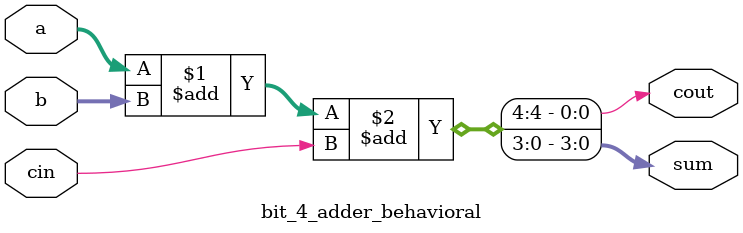
<source format=v>
module bit_4_adder_behavioral (
    input [3:0] a,
    input [3:0] b,
    input cin,
    output [3:0] sum,
    output cout
);

assign {cout,sum} = a + b + cin;

endmodule
</source>
